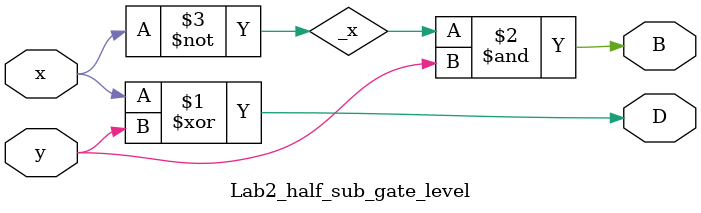
<source format=v>
module Lab2_half_sub_gate_level(output D, B, input x, y);
	wire    _x;
	
	xor    G0(D, x, y);
	and    G1(B, _x, y);
	not    G3(_x, x);
endmodule
</source>
